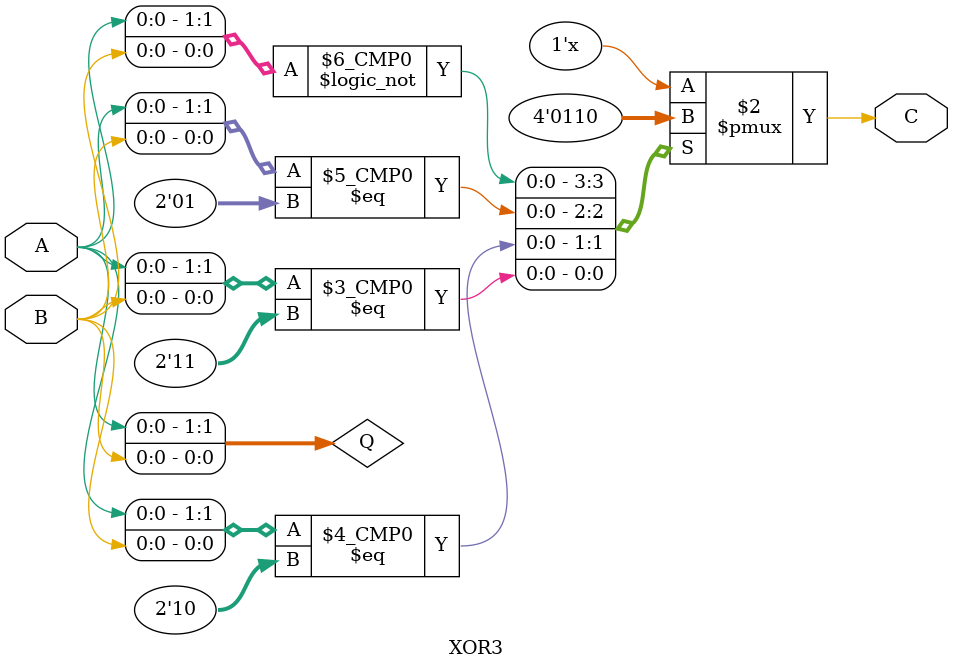
<source format=v>
module XOR3(
  input A,
  input B,
  output reg C
);

  reg C;

  wire [1:0] Q;

  assign Q = {A, B};

  always @(Q) begin
    case (Q)
      2'b00:   C = 1'b0;
      2'b01:   C = 1'b1;
      2'b10:   C = 1'b1;
      2'b11:   C = 1'b0;
      default: C = 1'b0;
    endcase
  end

endmodule


</source>
